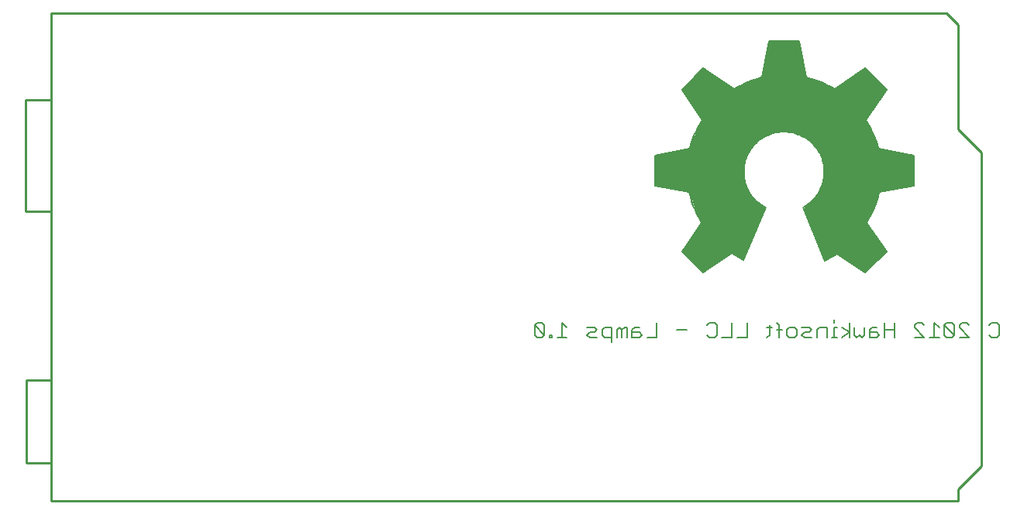
<source format=gbo>
G75*
G70*
%OFA0B0*%
%FSLAX24Y24*%
%IPPOS*%
%LPD*%
%AMOC8*
5,1,8,0,0,1.08239X$1,22.5*
%
%ADD10C,0.0060*%
%ADD11C,0.0100*%
%ADD12C,0.0080*%
D10*
X027721Y016787D02*
X027828Y016680D01*
X028041Y016680D01*
X028148Y016787D01*
X027721Y017214D01*
X027721Y016787D01*
X027721Y017214D02*
X027828Y017321D01*
X028041Y017321D01*
X028148Y017214D01*
X028148Y016787D01*
X028363Y016787D02*
X028363Y016680D01*
X028470Y016680D01*
X028470Y016787D01*
X028363Y016787D01*
X028688Y016680D02*
X029115Y016680D01*
X028901Y016680D02*
X028901Y017321D01*
X029115Y017107D01*
X029977Y017107D02*
X030297Y017107D01*
X030404Y017000D01*
X030297Y016894D01*
X030084Y016894D01*
X029977Y016787D01*
X030084Y016680D01*
X030404Y016680D01*
X030621Y016787D02*
X030728Y016680D01*
X031048Y016680D01*
X031048Y016466D02*
X031048Y017107D01*
X030728Y017107D01*
X030621Y017000D01*
X030621Y016787D01*
X031266Y016680D02*
X031266Y017000D01*
X031373Y017107D01*
X031479Y017000D01*
X031479Y016680D01*
X031693Y016680D02*
X031693Y017107D01*
X031586Y017107D01*
X031479Y017000D01*
X031910Y017000D02*
X031910Y016680D01*
X032231Y016680D01*
X032337Y016787D01*
X032231Y016894D01*
X031910Y016894D01*
X031910Y017000D02*
X032017Y017107D01*
X032231Y017107D01*
X032982Y017321D02*
X032982Y016680D01*
X032555Y016680D01*
X033844Y017000D02*
X034271Y017000D01*
X035133Y016787D02*
X035240Y016680D01*
X035453Y016680D01*
X035560Y016787D01*
X035560Y017214D01*
X035453Y017321D01*
X035240Y017321D01*
X035133Y017214D01*
X035778Y016680D02*
X036205Y016680D01*
X036205Y017321D01*
X036849Y017321D02*
X036849Y016680D01*
X036422Y016680D01*
X037710Y016680D02*
X037817Y016787D01*
X037817Y017214D01*
X037924Y017107D02*
X037710Y017107D01*
X038140Y017000D02*
X038353Y017000D01*
X038571Y017000D02*
X038678Y017107D01*
X038891Y017107D01*
X038998Y017000D01*
X038998Y016787D01*
X038891Y016680D01*
X038678Y016680D01*
X038571Y016787D01*
X038571Y017000D01*
X038247Y017214D02*
X038247Y016680D01*
X038247Y017214D02*
X038140Y017321D01*
X039215Y017107D02*
X039536Y017107D01*
X039642Y017000D01*
X039536Y016894D01*
X039322Y016894D01*
X039215Y016787D01*
X039322Y016680D01*
X039642Y016680D01*
X039860Y016680D02*
X039860Y017000D01*
X039967Y017107D01*
X040287Y017107D01*
X040287Y016680D01*
X040503Y016680D02*
X040717Y016680D01*
X040610Y016680D02*
X040610Y017107D01*
X040717Y017107D01*
X040933Y017107D02*
X041254Y016894D01*
X040933Y016680D01*
X041254Y016680D02*
X041254Y017321D01*
X041471Y017107D02*
X041471Y016787D01*
X041578Y016680D01*
X041685Y016787D01*
X041792Y016680D01*
X041898Y016787D01*
X041898Y017107D01*
X042116Y017000D02*
X042116Y016680D01*
X042436Y016680D01*
X042543Y016787D01*
X042436Y016894D01*
X042116Y016894D01*
X042116Y017000D02*
X042223Y017107D01*
X042436Y017107D01*
X042760Y017000D02*
X043187Y017000D01*
X043187Y016680D02*
X043187Y017321D01*
X042760Y017321D02*
X042760Y016680D01*
X044049Y016680D02*
X044477Y016680D01*
X044049Y017107D01*
X044049Y017214D01*
X044156Y017321D01*
X044370Y017321D01*
X044477Y017214D01*
X044908Y017321D02*
X044908Y016680D01*
X045121Y016680D02*
X044694Y016680D01*
X045339Y016787D02*
X045445Y016680D01*
X045659Y016680D01*
X045766Y016787D01*
X045339Y017214D01*
X045339Y016787D01*
X045121Y017107D02*
X044908Y017321D01*
X045339Y017214D02*
X045445Y017321D01*
X045659Y017321D01*
X045766Y017214D01*
X045766Y016787D01*
X045983Y016680D02*
X046410Y016680D01*
X045983Y017107D01*
X045983Y017214D01*
X046090Y017321D01*
X046303Y017321D01*
X046410Y017214D01*
X047272Y017214D02*
X047379Y017321D01*
X047593Y017321D01*
X047699Y017214D01*
X047699Y016787D01*
X047593Y016680D01*
X047379Y016680D01*
X047272Y016787D01*
X042813Y020390D02*
X041993Y021620D01*
X042563Y022970D01*
X044013Y023240D01*
X043993Y024510D01*
X042513Y024790D01*
X041933Y026100D01*
X042813Y027350D01*
X041933Y028230D01*
X040643Y027360D01*
X039383Y027870D01*
X039093Y029420D01*
X037803Y029410D01*
X037523Y027890D01*
X036283Y027360D01*
X034973Y028230D01*
X034083Y027340D01*
X034963Y026040D01*
X034443Y024920D01*
X034403Y024770D01*
X032923Y024500D01*
X032913Y023230D01*
X034383Y022960D01*
X034903Y021590D01*
X034083Y020380D01*
X034973Y019490D01*
X036193Y020340D01*
X036703Y020020D01*
X037623Y022260D01*
X037053Y022680D01*
X036673Y023510D01*
X036753Y024410D01*
X037343Y025230D01*
X037353Y025220D01*
X038143Y025570D01*
X038743Y025580D01*
X038743Y025560D01*
X039533Y025210D01*
X040103Y024490D01*
X040223Y023560D01*
X039893Y022750D01*
X039323Y022250D01*
X040233Y020030D01*
X040233Y020030D01*
X040743Y020320D01*
X041933Y019490D01*
X042813Y020390D01*
X042805Y020381D02*
X040089Y020381D01*
X040065Y020440D02*
X042780Y020440D01*
X042741Y020498D02*
X040041Y020498D01*
X040017Y020557D02*
X042702Y020557D01*
X042663Y020615D02*
X039994Y020615D01*
X039970Y020674D02*
X042624Y020674D01*
X042585Y020732D02*
X039946Y020732D01*
X039922Y020791D02*
X042546Y020791D01*
X042507Y020849D02*
X039898Y020849D01*
X039874Y020908D02*
X042468Y020908D01*
X042429Y020966D02*
X039850Y020966D01*
X039826Y021025D02*
X042390Y021025D01*
X042351Y021083D02*
X039802Y021083D01*
X039778Y021142D02*
X042312Y021142D01*
X042273Y021200D02*
X039754Y021200D01*
X039730Y021259D02*
X042234Y021259D01*
X042195Y021317D02*
X039706Y021317D01*
X039682Y021376D02*
X042156Y021376D01*
X042117Y021434D02*
X039658Y021434D01*
X039634Y021493D02*
X042078Y021493D01*
X042039Y021551D02*
X039610Y021551D01*
X039586Y021610D02*
X042000Y021610D01*
X042014Y021668D02*
X039562Y021668D01*
X039538Y021727D02*
X042038Y021727D01*
X042063Y021785D02*
X039514Y021785D01*
X039490Y021844D02*
X042088Y021844D01*
X042112Y021902D02*
X039466Y021902D01*
X039442Y021961D02*
X042137Y021961D01*
X042162Y022019D02*
X039418Y022019D01*
X039394Y022078D02*
X042187Y022078D01*
X042211Y022136D02*
X039370Y022136D01*
X039346Y022195D02*
X042236Y022195D01*
X042261Y022253D02*
X039327Y022253D01*
X039394Y022312D02*
X042285Y022312D01*
X042310Y022370D02*
X039460Y022370D01*
X039527Y022429D02*
X042335Y022429D01*
X042359Y022487D02*
X039594Y022487D01*
X039660Y022546D02*
X042384Y022546D01*
X042409Y022604D02*
X039727Y022604D01*
X039794Y022663D02*
X042434Y022663D01*
X042458Y022721D02*
X039860Y022721D01*
X039905Y022780D02*
X042483Y022780D01*
X042508Y022838D02*
X039929Y022838D01*
X039953Y022897D02*
X042532Y022897D01*
X042557Y022955D02*
X039977Y022955D01*
X040001Y023014D02*
X042797Y023014D01*
X043112Y023072D02*
X040025Y023072D01*
X040048Y023131D02*
X043426Y023131D01*
X043740Y023189D02*
X040072Y023189D01*
X040096Y023248D02*
X044013Y023248D01*
X044012Y023306D02*
X040120Y023306D01*
X040144Y023365D02*
X044011Y023365D01*
X044010Y023423D02*
X040168Y023423D01*
X040191Y023482D02*
X044010Y023482D01*
X044009Y023540D02*
X040215Y023540D01*
X040218Y023599D02*
X044008Y023599D01*
X044007Y023657D02*
X040211Y023657D01*
X040203Y023716D02*
X044006Y023716D01*
X044005Y023774D02*
X040196Y023774D01*
X040188Y023833D02*
X044004Y023833D01*
X044003Y023891D02*
X040181Y023891D01*
X040173Y023950D02*
X044002Y023950D01*
X044001Y024008D02*
X040166Y024008D01*
X040158Y024067D02*
X044000Y024067D01*
X043999Y024125D02*
X040150Y024125D01*
X040143Y024184D02*
X043998Y024184D01*
X043998Y024242D02*
X040135Y024242D01*
X040128Y024301D02*
X043997Y024301D01*
X043996Y024359D02*
X040120Y024359D01*
X040113Y024418D02*
X043995Y024418D01*
X043994Y024476D02*
X040105Y024476D01*
X040068Y024535D02*
X043863Y024535D01*
X043554Y024593D02*
X040022Y024593D01*
X039975Y024652D02*
X043245Y024652D01*
X042936Y024710D02*
X039929Y024710D01*
X039883Y024769D02*
X042627Y024769D01*
X042497Y024827D02*
X039836Y024827D01*
X039790Y024886D02*
X042471Y024886D01*
X042445Y024944D02*
X039744Y024944D01*
X039698Y025003D02*
X042419Y025003D01*
X042393Y025061D02*
X039651Y025061D01*
X039605Y025120D02*
X042367Y025120D01*
X042342Y025178D02*
X039559Y025178D01*
X039473Y025237D02*
X042316Y025237D01*
X042290Y025295D02*
X039341Y025295D01*
X039209Y025354D02*
X042264Y025354D01*
X042238Y025412D02*
X039077Y025412D01*
X038945Y025471D02*
X042212Y025471D01*
X042186Y025529D02*
X038813Y025529D01*
X038051Y025529D02*
X034726Y025529D01*
X034699Y025471D02*
X037919Y025471D01*
X037787Y025412D02*
X034672Y025412D01*
X034645Y025354D02*
X037655Y025354D01*
X037523Y025295D02*
X034617Y025295D01*
X034590Y025237D02*
X037391Y025237D01*
X037306Y025178D02*
X034563Y025178D01*
X034536Y025120D02*
X037264Y025120D01*
X037222Y025061D02*
X034509Y025061D01*
X034482Y025003D02*
X037180Y025003D01*
X037138Y024944D02*
X034455Y024944D01*
X034434Y024886D02*
X037096Y024886D01*
X037053Y024827D02*
X034419Y024827D01*
X034396Y024769D02*
X037011Y024769D01*
X036969Y024710D02*
X034075Y024710D01*
X033754Y024652D02*
X036927Y024652D01*
X036885Y024593D02*
X033434Y024593D01*
X033113Y024535D02*
X036843Y024535D01*
X036801Y024476D02*
X032923Y024476D01*
X032923Y024418D02*
X036759Y024418D01*
X036749Y024359D02*
X032922Y024359D01*
X032922Y024301D02*
X036744Y024301D01*
X036738Y024242D02*
X032921Y024242D01*
X032921Y024184D02*
X036733Y024184D01*
X036728Y024125D02*
X032920Y024125D01*
X032920Y024067D02*
X036723Y024067D01*
X036718Y024008D02*
X032919Y024008D01*
X032919Y023950D02*
X036712Y023950D01*
X036707Y023891D02*
X032919Y023891D01*
X032918Y023833D02*
X036702Y023833D01*
X036697Y023774D02*
X032918Y023774D01*
X032917Y023716D02*
X036692Y023716D01*
X036686Y023657D02*
X032917Y023657D01*
X032916Y023599D02*
X036681Y023599D01*
X036676Y023540D02*
X032916Y023540D01*
X032915Y023482D02*
X036686Y023482D01*
X036713Y023423D02*
X032915Y023423D01*
X032914Y023365D02*
X036740Y023365D01*
X036767Y023306D02*
X032914Y023306D01*
X032913Y023248D02*
X036793Y023248D01*
X036820Y023189D02*
X033136Y023189D01*
X033455Y023131D02*
X036847Y023131D01*
X036874Y023072D02*
X033773Y023072D01*
X034092Y023014D02*
X036901Y023014D01*
X036927Y022955D02*
X034385Y022955D01*
X034407Y022897D02*
X036954Y022897D01*
X036981Y022838D02*
X034430Y022838D01*
X034452Y022780D02*
X037008Y022780D01*
X037035Y022721D02*
X034474Y022721D01*
X034496Y022663D02*
X037077Y022663D01*
X037156Y022604D02*
X034518Y022604D01*
X034541Y022546D02*
X037236Y022546D01*
X037315Y022487D02*
X034563Y022487D01*
X034585Y022429D02*
X037395Y022429D01*
X037474Y022370D02*
X034607Y022370D01*
X034629Y022312D02*
X037553Y022312D01*
X037620Y022253D02*
X034652Y022253D01*
X034674Y022195D02*
X037596Y022195D01*
X037572Y022136D02*
X034696Y022136D01*
X034718Y022078D02*
X037548Y022078D01*
X037524Y022019D02*
X034740Y022019D01*
X034763Y021961D02*
X037500Y021961D01*
X037476Y021902D02*
X034785Y021902D01*
X034807Y021844D02*
X037452Y021844D01*
X037428Y021785D02*
X034829Y021785D01*
X034851Y021727D02*
X037404Y021727D01*
X037380Y021668D02*
X034874Y021668D01*
X034896Y021610D02*
X037356Y021610D01*
X037332Y021551D02*
X034877Y021551D01*
X034837Y021493D02*
X037308Y021493D01*
X037284Y021434D02*
X034798Y021434D01*
X034758Y021376D02*
X037260Y021376D01*
X037236Y021317D02*
X034718Y021317D01*
X034679Y021259D02*
X037212Y021259D01*
X037188Y021200D02*
X034639Y021200D01*
X034599Y021142D02*
X037164Y021142D01*
X037140Y021083D02*
X034560Y021083D01*
X034520Y021025D02*
X037116Y021025D01*
X037092Y020966D02*
X034481Y020966D01*
X034441Y020908D02*
X037068Y020908D01*
X037044Y020849D02*
X034401Y020849D01*
X034362Y020791D02*
X037020Y020791D01*
X036996Y020732D02*
X034322Y020732D01*
X034282Y020674D02*
X036972Y020674D01*
X036948Y020615D02*
X034243Y020615D01*
X034203Y020557D02*
X036924Y020557D01*
X036900Y020498D02*
X034163Y020498D01*
X034124Y020440D02*
X036876Y020440D01*
X036852Y020381D02*
X034084Y020381D01*
X034141Y020323D02*
X036168Y020323D01*
X036221Y020323D02*
X036828Y020323D01*
X036804Y020264D02*
X036314Y020264D01*
X036408Y020206D02*
X036780Y020206D01*
X036756Y020147D02*
X036501Y020147D01*
X036594Y020089D02*
X036731Y020089D01*
X036707Y020030D02*
X036687Y020030D01*
X036084Y020264D02*
X034199Y020264D01*
X034258Y020206D02*
X036000Y020206D01*
X035916Y020147D02*
X034316Y020147D01*
X034375Y020089D02*
X035832Y020089D01*
X035748Y020030D02*
X034433Y020030D01*
X034492Y019972D02*
X035665Y019972D01*
X035581Y019913D02*
X034550Y019913D01*
X034609Y019855D02*
X035497Y019855D01*
X035413Y019796D02*
X034667Y019796D01*
X034726Y019738D02*
X035329Y019738D01*
X035245Y019679D02*
X034784Y019679D01*
X034843Y019621D02*
X035161Y019621D01*
X035077Y019562D02*
X034901Y019562D01*
X034960Y019504D02*
X034993Y019504D01*
X040113Y020323D02*
X042747Y020323D01*
X042690Y020264D02*
X040824Y020264D01*
X040907Y020206D02*
X042633Y020206D01*
X042576Y020147D02*
X040991Y020147D01*
X041075Y020089D02*
X042519Y020089D01*
X042461Y020030D02*
X041159Y020030D01*
X041243Y019972D02*
X042404Y019972D01*
X042347Y019913D02*
X041327Y019913D01*
X041411Y019855D02*
X042290Y019855D01*
X042233Y019796D02*
X041495Y019796D01*
X041578Y019738D02*
X042175Y019738D01*
X042118Y019679D02*
X041662Y019679D01*
X041746Y019621D02*
X042061Y019621D01*
X042004Y019562D02*
X041830Y019562D01*
X041914Y019504D02*
X041947Y019504D01*
X040645Y020264D02*
X040137Y020264D01*
X040161Y020206D02*
X040542Y020206D01*
X040439Y020147D02*
X040185Y020147D01*
X040209Y020089D02*
X040336Y020089D01*
X040610Y017427D02*
X040610Y017321D01*
X042160Y025588D02*
X034753Y025588D01*
X034780Y025646D02*
X042134Y025646D01*
X042108Y025705D02*
X034808Y025705D01*
X034835Y025763D02*
X042082Y025763D01*
X042057Y025822D02*
X034862Y025822D01*
X034889Y025880D02*
X042031Y025880D01*
X042005Y025939D02*
X034916Y025939D01*
X034943Y025997D02*
X041979Y025997D01*
X041953Y026056D02*
X034953Y026056D01*
X034913Y026114D02*
X041943Y026114D01*
X041984Y026173D02*
X034874Y026173D01*
X034834Y026231D02*
X042026Y026231D01*
X042067Y026290D02*
X034794Y026290D01*
X034755Y026348D02*
X042108Y026348D01*
X042149Y026407D02*
X034715Y026407D01*
X034676Y026465D02*
X042190Y026465D01*
X042232Y026524D02*
X034636Y026524D01*
X034596Y026582D02*
X042273Y026582D01*
X042314Y026641D02*
X034557Y026641D01*
X034517Y026699D02*
X042355Y026699D01*
X042396Y026758D02*
X034478Y026758D01*
X034438Y026816D02*
X042437Y026816D01*
X042479Y026875D02*
X034398Y026875D01*
X034359Y026933D02*
X042520Y026933D01*
X042561Y026992D02*
X034319Y026992D01*
X034280Y027050D02*
X042602Y027050D01*
X042643Y027109D02*
X034240Y027109D01*
X034200Y027167D02*
X042685Y027167D01*
X042726Y027226D02*
X034161Y027226D01*
X034121Y027284D02*
X042767Y027284D01*
X042808Y027343D02*
X034086Y027343D01*
X034144Y027401D02*
X036221Y027401D01*
X036133Y027460D02*
X034203Y027460D01*
X034261Y027518D02*
X036045Y027518D01*
X035957Y027577D02*
X034320Y027577D01*
X034378Y027635D02*
X035869Y027635D01*
X035781Y027694D02*
X034437Y027694D01*
X034495Y027752D02*
X035693Y027752D01*
X035605Y027811D02*
X034554Y027811D01*
X034612Y027869D02*
X035517Y027869D01*
X035429Y027928D02*
X034671Y027928D01*
X034729Y027986D02*
X035341Y027986D01*
X035252Y028045D02*
X034788Y028045D01*
X034846Y028103D02*
X035164Y028103D01*
X035076Y028162D02*
X034905Y028162D01*
X034963Y028220D02*
X034988Y028220D01*
X036379Y027401D02*
X040542Y027401D01*
X040397Y027460D02*
X036516Y027460D01*
X036653Y027518D02*
X040253Y027518D01*
X040108Y027577D02*
X036790Y027577D01*
X036927Y027635D02*
X039964Y027635D01*
X039819Y027694D02*
X037064Y027694D01*
X037201Y027752D02*
X039675Y027752D01*
X039530Y027811D02*
X037338Y027811D01*
X037474Y027869D02*
X039386Y027869D01*
X039373Y027928D02*
X037530Y027928D01*
X037541Y027986D02*
X039362Y027986D01*
X039351Y028045D02*
X037552Y028045D01*
X037563Y028103D02*
X039340Y028103D01*
X039329Y028162D02*
X037573Y028162D01*
X037584Y028220D02*
X039318Y028220D01*
X039307Y028279D02*
X037595Y028279D01*
X037606Y028337D02*
X039296Y028337D01*
X039285Y028396D02*
X037616Y028396D01*
X037627Y028454D02*
X039274Y028454D01*
X039263Y028513D02*
X037638Y028513D01*
X037649Y028571D02*
X039252Y028571D01*
X039241Y028630D02*
X037660Y028630D01*
X037670Y028688D02*
X039230Y028688D01*
X039219Y028747D02*
X037681Y028747D01*
X037692Y028805D02*
X039208Y028805D01*
X039197Y028864D02*
X037703Y028864D01*
X037713Y028922D02*
X039186Y028922D01*
X039176Y028981D02*
X037724Y028981D01*
X037735Y029039D02*
X039165Y029039D01*
X039154Y029098D02*
X037746Y029098D01*
X037757Y029156D02*
X039143Y029156D01*
X039132Y029215D02*
X037767Y029215D01*
X037778Y029273D02*
X039121Y029273D01*
X039110Y029332D02*
X037789Y029332D01*
X037800Y029390D02*
X039099Y029390D01*
X041398Y027869D02*
X042294Y027869D01*
X042236Y027928D02*
X041485Y027928D01*
X041572Y027986D02*
X042177Y027986D01*
X042119Y028045D02*
X041658Y028045D01*
X041745Y028103D02*
X042060Y028103D01*
X042002Y028162D02*
X041832Y028162D01*
X041919Y028220D02*
X041943Y028220D01*
X042353Y027811D02*
X041311Y027811D01*
X041225Y027752D02*
X042411Y027752D01*
X042470Y027694D02*
X041138Y027694D01*
X041051Y027635D02*
X042528Y027635D01*
X042587Y027577D02*
X040965Y027577D01*
X040878Y027518D02*
X042645Y027518D01*
X042704Y027460D02*
X040791Y027460D01*
X040704Y027401D02*
X042762Y027401D01*
D11*
X045933Y009650D02*
X006933Y009650D01*
X006933Y022107D01*
X005831Y022107D01*
X005831Y026910D01*
X006933Y026910D01*
X006933Y030650D01*
X045433Y030650D01*
X045933Y030150D01*
X045933Y025650D01*
X046933Y024650D01*
X046933Y011150D01*
X045933Y010150D01*
X045933Y009650D01*
X006894Y011280D02*
X005878Y011280D01*
X005878Y014823D01*
X006894Y014823D01*
X006933Y022107D02*
X006933Y026910D01*
D12*
X032883Y024520D02*
X032883Y023210D01*
X034373Y022930D01*
X034893Y021620D02*
X034053Y020380D01*
X034973Y019460D01*
X036183Y020290D01*
X036703Y019990D01*
X037653Y022270D01*
X039263Y022270D02*
X040213Y019980D01*
X040733Y020280D01*
X041933Y019460D01*
X042853Y020380D01*
X042013Y021620D01*
X042533Y022930D02*
X044023Y023210D01*
X044023Y024520D01*
X042503Y024800D01*
X041963Y026040D02*
X042853Y027340D01*
X041933Y028260D01*
X040623Y027370D01*
X039403Y027860D02*
X039103Y029440D01*
X037803Y029440D01*
X037513Y027870D01*
X036293Y027370D02*
X034973Y028260D01*
X034053Y027340D01*
X034933Y026050D01*
X034393Y024800D02*
X032883Y024520D01*
X034393Y024800D02*
X034444Y024989D01*
X034504Y025175D01*
X034573Y025357D01*
X034651Y025537D01*
X034737Y025712D01*
X034831Y025884D01*
X034933Y026050D01*
X036294Y027370D02*
X036457Y027465D01*
X036625Y027552D01*
X036797Y027631D01*
X036972Y027703D01*
X037150Y027767D01*
X037331Y027822D01*
X037514Y027870D01*
X037654Y022260D02*
X037580Y022301D01*
X037507Y022345D01*
X037438Y022393D01*
X037370Y022444D01*
X037305Y022498D01*
X037243Y022555D01*
X037184Y022616D01*
X037128Y022679D01*
X037075Y022744D01*
X037025Y022813D01*
X036978Y022883D01*
X036935Y022956D01*
X036896Y023031D01*
X036860Y023108D01*
X036828Y023186D01*
X036800Y023266D01*
X036776Y023347D01*
X036756Y023429D01*
X036740Y023512D01*
X036728Y023595D01*
X036720Y023679D01*
X036716Y023764D01*
X036717Y023848D01*
X036721Y023933D01*
X036730Y024017D01*
X036742Y024101D01*
X036759Y024183D01*
X036780Y024265D01*
X036804Y024346D01*
X036833Y024426D01*
X036865Y024504D01*
X036902Y024580D01*
X036941Y024655D01*
X036985Y024727D01*
X037032Y024798D01*
X037082Y024865D01*
X037136Y024931D01*
X037192Y024994D01*
X037252Y025053D01*
X037315Y025110D01*
X037380Y025164D01*
X037448Y025214D01*
X037518Y025262D01*
X037590Y025305D01*
X037665Y025345D01*
X037741Y025382D01*
X037819Y025414D01*
X037898Y025443D01*
X037979Y025468D01*
X038061Y025489D01*
X038144Y025506D01*
X038227Y025519D01*
X038312Y025528D01*
X038396Y025532D01*
X038481Y025533D01*
X038565Y025529D01*
X038649Y025521D01*
X038733Y025510D01*
X038816Y025494D01*
X038898Y025474D01*
X038979Y025450D01*
X039059Y025422D01*
X039137Y025390D01*
X039214Y025355D01*
X039289Y025316D01*
X039362Y025273D01*
X039433Y025227D01*
X039501Y025177D01*
X039567Y025124D01*
X039630Y025068D01*
X039691Y025009D01*
X039748Y024947D01*
X039802Y024882D01*
X039854Y024815D01*
X039901Y024745D01*
X039946Y024673D01*
X039987Y024599D01*
X040024Y024523D01*
X040057Y024446D01*
X040087Y024367D01*
X040112Y024286D01*
X040134Y024204D01*
X040152Y024122D01*
X040166Y024038D01*
X040175Y023954D01*
X040181Y023870D01*
X040182Y023785D01*
X040179Y023701D01*
X040172Y023617D01*
X040161Y023533D01*
X040146Y023450D01*
X040127Y023367D01*
X040104Y023286D01*
X040077Y023206D01*
X040046Y023127D01*
X040011Y023050D01*
X039973Y022975D01*
X039931Y022902D01*
X039885Y022830D01*
X039836Y022762D01*
X039784Y022695D01*
X039729Y022631D01*
X039670Y022570D01*
X039609Y022512D01*
X039545Y022457D01*
X039478Y022405D01*
X039409Y022357D01*
X039337Y022312D01*
X039263Y022270D01*
X040623Y027370D02*
X040459Y027463D01*
X040291Y027549D01*
X040120Y027627D01*
X039945Y027697D01*
X039767Y027759D01*
X039586Y027814D01*
X039403Y027860D01*
X034373Y022930D02*
X034420Y022733D01*
X034476Y022539D01*
X034542Y022347D01*
X034616Y022159D01*
X034700Y021975D01*
X034792Y021795D01*
X034893Y021620D01*
X042013Y021620D02*
X042114Y021795D01*
X042206Y021975D01*
X042290Y022159D01*
X042365Y022347D01*
X042430Y022539D01*
X042486Y022733D01*
X042533Y022930D01*
X042503Y024800D02*
X042452Y024987D01*
X042391Y025172D01*
X042322Y025353D01*
X042245Y025531D01*
X042159Y025705D01*
X042065Y025875D01*
X041963Y026040D01*
M02*

</source>
